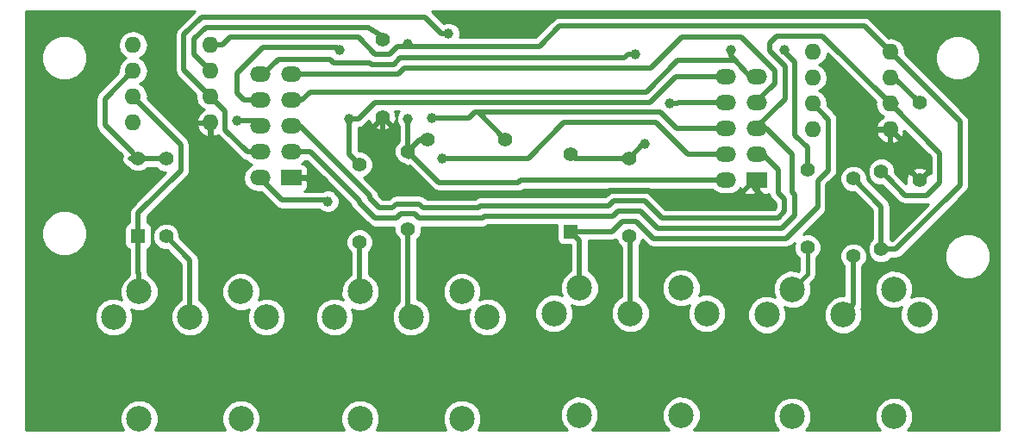
<source format=gbr>
G04 #@! TF.FileFunction,Copper,L2,Bot,Signal*
%FSLAX46Y46*%
G04 Gerber Fmt 4.6, Leading zero omitted, Abs format (unit mm)*
G04 Created by KiCad (PCBNEW 4.0.2-stable) date 15/07/2016 14:21:10*
%MOMM*%
G01*
G04 APERTURE LIST*
%ADD10C,0.100000*%
%ADD11R,1.397000X1.397000*%
%ADD12C,1.397000*%
%ADD13O,1.600000X1.600000*%
%ADD14C,2.499360*%
%ADD15O,2.000000X1.500000*%
%ADD16R,2.000000X1.500000*%
%ADD17C,1.000000*%
%ADD18C,0.500000*%
%ADD19C,0.400000*%
%ADD20C,0.254000*%
G04 APERTURE END LIST*
D10*
D11*
X46250000Y-65250000D03*
D12*
X46250000Y-57630000D03*
D11*
X88750000Y-64810000D03*
D12*
X88750000Y-57190000D03*
D13*
X45750000Y-46500000D03*
X45750000Y-49040000D03*
X45750000Y-51580000D03*
X45750000Y-54120000D03*
X53370000Y-54120000D03*
X53370000Y-51580000D03*
X53370000Y-49040000D03*
X53370000Y-46500000D03*
X112500000Y-47170000D03*
X112500000Y-49710000D03*
X112500000Y-52250000D03*
X112500000Y-54790000D03*
X120120000Y-54790000D03*
X120120000Y-52250000D03*
X120120000Y-49710000D03*
X120120000Y-47170000D03*
D14*
X43854681Y-73227540D03*
X56348941Y-70725640D03*
X51352761Y-73225000D03*
X58850841Y-73227540D03*
X46356581Y-70725640D03*
X56354021Y-83222440D03*
X46351501Y-83222440D03*
X87104681Y-72867540D03*
X99598941Y-70365640D03*
X94602761Y-72865000D03*
X102100841Y-72867540D03*
X89606581Y-70365640D03*
X99604021Y-82862440D03*
X89601501Y-82862440D03*
X65554681Y-73227540D03*
X78048941Y-70725640D03*
X73052761Y-73225000D03*
X80550841Y-73227540D03*
X68056581Y-70725640D03*
X78054021Y-83222440D03*
X68051501Y-83222440D03*
X108001920Y-73002800D03*
X120496180Y-70500900D03*
X115500000Y-73000260D03*
X122998080Y-73002800D03*
X110503820Y-70500900D03*
X120501260Y-82997700D03*
X110498740Y-82997700D03*
D15*
X61290000Y-49380000D03*
X58250000Y-49380000D03*
X58250000Y-51920000D03*
X61290000Y-51920000D03*
D16*
X61290000Y-59540000D03*
D15*
X58250000Y-59540000D03*
X61290000Y-57000000D03*
X58250000Y-57000000D03*
X61290000Y-54460000D03*
X58250000Y-54460000D03*
X107040000Y-49630000D03*
X104000000Y-49630000D03*
X104000000Y-52170000D03*
X107040000Y-52170000D03*
D16*
X107040000Y-59790000D03*
D15*
X104000000Y-59790000D03*
X107040000Y-57250000D03*
X104000000Y-57250000D03*
X107040000Y-54710000D03*
X104000000Y-54710000D03*
D12*
X74690000Y-55750000D03*
X82310000Y-55750000D03*
X70250000Y-45940000D03*
X70250000Y-53560000D03*
X119250000Y-66560000D03*
X119250000Y-58940000D03*
X123000000Y-52190000D03*
X123000000Y-59810000D03*
X49000000Y-65310000D03*
X49000000Y-57690000D03*
X68000000Y-65870000D03*
X68000000Y-58250000D03*
X72750000Y-64560000D03*
X72750000Y-56940000D03*
X94500000Y-65250000D03*
X94500000Y-57630000D03*
X112000000Y-66370000D03*
X112000000Y-58750000D03*
X116500000Y-67250000D03*
X116500000Y-59630000D03*
D17*
X96000000Y-56250020D03*
X66583965Y-64033832D03*
X70412903Y-61162903D03*
X114000000Y-63500000D03*
X108500000Y-62250000D03*
X76740034Y-45367758D03*
X75064209Y-53657698D03*
X64879974Y-61870008D03*
X72750000Y-46367769D03*
X72750000Y-53750054D03*
X95089677Y-47367780D03*
X98500000Y-52250000D03*
X66064124Y-47000042D03*
X67000000Y-53750000D03*
X104500000Y-47000000D03*
X109750000Y-47000000D03*
X76133903Y-57616097D03*
X55970021Y-53932531D03*
D18*
X46250000Y-63000000D02*
X46250000Y-64051500D01*
X50448501Y-58801499D02*
X46250000Y-63000000D01*
X46250000Y-64051500D02*
X46250000Y-65250000D01*
X50448501Y-56278501D02*
X50448501Y-58801499D01*
X45750000Y-51580000D02*
X50448501Y-56278501D01*
D19*
X46250000Y-65250000D02*
X46250000Y-66000000D01*
D18*
X46356581Y-70725640D02*
X46356581Y-68958326D01*
X46356581Y-68958326D02*
X46250000Y-68851745D01*
X46250000Y-68851745D02*
X46250000Y-66000000D01*
X43000000Y-51790000D02*
X43000000Y-54380000D01*
X45750000Y-49040000D02*
X43000000Y-51790000D01*
X43000000Y-54380000D02*
X45551501Y-56931501D01*
X45551501Y-56931501D02*
X46250000Y-57630000D01*
X46250000Y-57630000D02*
X45500000Y-57630000D01*
X45500000Y-57630000D02*
X45560000Y-57690000D01*
X45560000Y-57690000D02*
X49000000Y-57690000D01*
X96893804Y-65500024D02*
X95195281Y-63801499D01*
X112999989Y-62428473D02*
X109928438Y-65500024D01*
X89948500Y-64810000D02*
X88750000Y-64810000D01*
X92796218Y-64810000D02*
X89948500Y-64810000D01*
X112500000Y-52250000D02*
X114051488Y-53801488D01*
X114051488Y-58842295D02*
X112999989Y-59893793D01*
X112999989Y-59893793D02*
X112999989Y-62428473D01*
X95195281Y-63801499D02*
X93804719Y-63801499D01*
X93804719Y-63801499D02*
X92796218Y-64810000D01*
X114051488Y-53801488D02*
X114051488Y-58842295D01*
X109928438Y-65500024D02*
X96893804Y-65500024D01*
X89606581Y-70365640D02*
X89606581Y-65666581D01*
X89606581Y-65666581D02*
X88750000Y-64810000D01*
X94500000Y-57630000D02*
X95879980Y-56250020D01*
X95879980Y-56250020D02*
X96000000Y-56250020D01*
X94500000Y-57630000D02*
X89190000Y-57630000D01*
X89190000Y-57630000D02*
X88750000Y-57190000D01*
X64317760Y-59540000D02*
X61040000Y-59540000D01*
X66250002Y-62600002D02*
X66250002Y-61472242D01*
X70912902Y-60662904D02*
X70412903Y-61162903D01*
X66250002Y-62600002D02*
X66583965Y-62933965D01*
X65600002Y-63250002D02*
X66250002Y-62600002D01*
X105289990Y-61290010D02*
X96926479Y-61290010D01*
X66583965Y-62933965D02*
X66583965Y-63326726D01*
X53370000Y-54120000D02*
X53370000Y-58870000D01*
X92073521Y-61290010D02*
X74452250Y-61290010D01*
X74452250Y-61290010D02*
X73825144Y-60662904D01*
X66583965Y-63326726D02*
X66583965Y-64033832D01*
X66250002Y-61472242D02*
X64317760Y-59540000D01*
X96926479Y-61290010D02*
X96437935Y-60801466D01*
X92562065Y-60801466D02*
X92073521Y-61290010D01*
X96437935Y-60801466D02*
X92562065Y-60801466D01*
X53370000Y-58870000D02*
X57750002Y-63250002D01*
X73825144Y-60662904D02*
X70912902Y-60662904D01*
X57750002Y-63250002D02*
X65600002Y-63250002D01*
X106790000Y-59790000D02*
X105289990Y-61290010D01*
X70250000Y-61000000D02*
X70412903Y-61162903D01*
X70250000Y-53560000D02*
X70250000Y-61000000D01*
X114000000Y-63500000D02*
X114000000Y-60308011D01*
X114000000Y-60308011D02*
X115051499Y-59256512D01*
X115051499Y-59256512D02*
X115051499Y-58727131D01*
X115051499Y-58727131D02*
X118988630Y-54790000D01*
X118988630Y-54790000D02*
X120120000Y-54790000D01*
X106790000Y-59790000D02*
X106790000Y-60540000D01*
X106790000Y-60540000D02*
X108500000Y-62250000D01*
X121830000Y-56500000D02*
X121830000Y-58640000D01*
X121830000Y-58640000D02*
X123000000Y-59810000D01*
X120120000Y-54790000D02*
X121830000Y-56500000D01*
X76740034Y-45367758D02*
X76032928Y-45367758D01*
X50750000Y-45500000D02*
X52500000Y-43750000D01*
X76032928Y-45367758D02*
X74415170Y-43750000D01*
X74415170Y-43750000D02*
X52500000Y-43750000D01*
X79296188Y-53111510D02*
X79671510Y-53111510D01*
X79671510Y-53111510D02*
X82310000Y-55750000D01*
X104250000Y-54710000D02*
X99138440Y-54710000D01*
X99138440Y-54710000D02*
X97539950Y-53111510D01*
X97539950Y-53111510D02*
X79296188Y-53111510D01*
X79296188Y-53111510D02*
X78750000Y-53657698D01*
X50750000Y-48960000D02*
X50750000Y-45500000D01*
X53370000Y-51580000D02*
X50750000Y-48960000D01*
X75947698Y-53657698D02*
X78750000Y-53657698D01*
X75771315Y-53657698D02*
X75064209Y-53657698D01*
X75947698Y-53657698D02*
X75771315Y-53657698D01*
X54169999Y-52379999D02*
X53370000Y-51580000D01*
X54820001Y-54816001D02*
X54820001Y-53030001D01*
X57004000Y-57000000D02*
X54820001Y-54816001D01*
X58500000Y-57000000D02*
X57004000Y-57000000D01*
X54820001Y-53030001D02*
X54169999Y-52379999D01*
X51750010Y-45914216D02*
X52914215Y-44750011D01*
X53370000Y-49040000D02*
X51750010Y-47420010D01*
X52914215Y-44750011D02*
X68877991Y-44750011D01*
X68877991Y-44750011D02*
X70500000Y-45820000D01*
X51750010Y-47420010D02*
X51750010Y-45914216D01*
X58500000Y-59850002D02*
X60399998Y-61750000D01*
X58500000Y-59540000D02*
X58500000Y-59850002D01*
X60399998Y-61750000D02*
X64759966Y-61750000D01*
X64759966Y-61750000D02*
X64879974Y-61870008D01*
X85646848Y-46617778D02*
X71716004Y-46617778D01*
X117569988Y-44619988D02*
X87644639Y-44619988D01*
X87644639Y-44619988D02*
X85646848Y-46617778D01*
X120120000Y-47170000D02*
X117569988Y-44619988D01*
X54501370Y-46500000D02*
X53370000Y-46500000D01*
X55251348Y-45750022D02*
X54501370Y-46500000D01*
X70945281Y-47388501D02*
X69554719Y-47388501D01*
X71716004Y-46617778D02*
X70945281Y-47388501D01*
X67916240Y-45750022D02*
X55251348Y-45750022D01*
X69554719Y-47388501D02*
X67916240Y-45750022D01*
X83585782Y-59999990D02*
X76750000Y-59999990D01*
X72750000Y-56940000D02*
X75809990Y-59999990D01*
X75809990Y-59999990D02*
X76750000Y-59999990D01*
X74690000Y-55750000D02*
X73940000Y-55750000D01*
X73940000Y-55750000D02*
X72750000Y-56940000D01*
X83795772Y-59790000D02*
X83585782Y-59999990D01*
X104250000Y-59790000D02*
X83795772Y-59790000D01*
X72750000Y-57440000D02*
X72750000Y-53750054D01*
X116500000Y-59630000D02*
X119250000Y-62380000D01*
X119250000Y-62380000D02*
X119250000Y-66560000D01*
X72810000Y-57500000D02*
X72750000Y-57440000D01*
X119250000Y-66560000D02*
X119250000Y-63380000D01*
X120120000Y-47170000D02*
X127000000Y-54050000D01*
X127000000Y-54050000D02*
X127000000Y-60250000D01*
X127000000Y-60250000D02*
X120690000Y-66560000D01*
X120690000Y-66560000D02*
X119250000Y-66560000D01*
X80078434Y-63500022D02*
X73833804Y-63500022D01*
X80288424Y-63290032D02*
X80078434Y-63500022D01*
X63191989Y-57000000D02*
X61040000Y-57000000D01*
X93390501Y-62801488D02*
X92901957Y-63290032D01*
X68000013Y-61808024D02*
X63191989Y-57000000D01*
X71666196Y-63500022D02*
X69514255Y-63500022D01*
X69514255Y-63500022D02*
X68000013Y-61985780D01*
X73833804Y-63500022D02*
X73445281Y-63111499D01*
X73445281Y-63111499D02*
X72054719Y-63111499D01*
X110750013Y-61235780D02*
X110750013Y-63264220D01*
X97308022Y-64500013D02*
X95609499Y-62801488D01*
X106790000Y-54710000D02*
X107960000Y-54710000D01*
X110750013Y-63264220D02*
X109514220Y-64500013D01*
X109514220Y-64500013D02*
X97308022Y-64500013D01*
X92901957Y-63290032D02*
X80288424Y-63290032D01*
X110500011Y-57250011D02*
X110500011Y-60985778D01*
X95609499Y-62801488D02*
X93390501Y-62801488D01*
X68000013Y-61985780D02*
X68000013Y-61808024D01*
X107960000Y-54710000D02*
X110500011Y-57250011D01*
X110500011Y-60985778D02*
X110750013Y-61235780D01*
X72054719Y-63111499D02*
X71666196Y-63500022D01*
X120120000Y-52250000D02*
X113489999Y-45619999D01*
X113489999Y-45619999D02*
X108957704Y-45619999D01*
X108297734Y-47102171D02*
X109790021Y-48594458D01*
X108957704Y-45619999D02*
X108297734Y-46279969D01*
X106871334Y-54710000D02*
X106790000Y-54710000D01*
X108297734Y-46279969D02*
X108297734Y-47102171D01*
X109790021Y-48594458D02*
X109790021Y-51791313D01*
X109790021Y-51791313D02*
X106871334Y-54710000D01*
X119948499Y-59638499D02*
X119250000Y-58940000D01*
X125000000Y-60000000D02*
X123741499Y-61258501D01*
X123741499Y-61258501D02*
X121568501Y-61258501D01*
X121568501Y-61258501D02*
X119948499Y-59638499D01*
X125000000Y-57130000D02*
X125000000Y-60000000D01*
X120120000Y-52250000D02*
X125000000Y-57130000D01*
X120120000Y-52250000D02*
X120750000Y-52250000D01*
X120120000Y-49710000D02*
X120520000Y-49710000D01*
X120520000Y-49710000D02*
X123000000Y-52190000D01*
X120460000Y-49710000D02*
X120120000Y-49710000D01*
X49000000Y-65310000D02*
X51352761Y-67662761D01*
X51352761Y-67662761D02*
X51352761Y-73225000D01*
X94602761Y-72865000D02*
X94602761Y-65352761D01*
X94602761Y-65352761D02*
X94500000Y-65250000D01*
X72750000Y-65060000D02*
X72750000Y-72922239D01*
X72750000Y-72922239D02*
X73052761Y-73225000D01*
X68000000Y-65870000D02*
X68000000Y-70669059D01*
X68000000Y-70669059D02*
X68056581Y-70725640D01*
X116500000Y-67250000D02*
X116500000Y-72000260D01*
X116500000Y-72000260D02*
X115500000Y-73000260D01*
D19*
X112000000Y-66370000D02*
X112000000Y-69004720D01*
X112000000Y-69004720D02*
X110503820Y-70500900D01*
D18*
X68726283Y-49388523D02*
X71773718Y-49388522D01*
X68717760Y-49380000D02*
X68726283Y-49388523D01*
X61040000Y-49380000D02*
X68717760Y-49380000D01*
X96617800Y-48750000D02*
X99617801Y-45749999D01*
X71773718Y-49388522D02*
X72412240Y-48750000D01*
X72412240Y-48750000D02*
X96617800Y-48750000D01*
X105531333Y-45749999D02*
X108790010Y-49008676D01*
X99617801Y-45749999D02*
X105531333Y-45749999D01*
X106871334Y-52170000D02*
X106790000Y-52170000D01*
X108790010Y-49008676D02*
X108790010Y-50251324D01*
X108790010Y-50251324D02*
X106871334Y-52170000D01*
X94000362Y-47749989D02*
X94382571Y-47367780D01*
X58500000Y-49380000D02*
X60000010Y-47879990D01*
X60000010Y-47879990D02*
X65094068Y-47879990D01*
X65094068Y-47879990D02*
X65464122Y-48250044D01*
X65464122Y-48250044D02*
X69002033Y-48250044D01*
X69140501Y-48388512D02*
X71359499Y-48388512D01*
X69002033Y-48250044D02*
X69140501Y-48388512D01*
X71359499Y-48388512D02*
X71998021Y-47749989D01*
X71998021Y-47749989D02*
X94000362Y-47749989D01*
X94382571Y-47367780D02*
X95089677Y-47367780D01*
X98500000Y-52250000D02*
X99207106Y-52250000D01*
X99207106Y-52250000D02*
X99287106Y-52170000D01*
X99287106Y-52170000D02*
X104250000Y-52170000D01*
X58508625Y-46750042D02*
X65814124Y-46750042D01*
X65814124Y-46750042D02*
X66064124Y-47000042D01*
X58500000Y-51920000D02*
X56670000Y-51920000D01*
X56000000Y-49258667D02*
X58508625Y-46750042D01*
X56000000Y-51250000D02*
X56000000Y-49258667D01*
X56670000Y-51920000D02*
X56000000Y-51250000D01*
X67707106Y-53750000D02*
X67000000Y-53750000D01*
X67916218Y-53750000D02*
X67707106Y-53750000D01*
X96565931Y-52111499D02*
X69554719Y-52111499D01*
X104250000Y-49630000D02*
X99047429Y-49630000D01*
X99047429Y-49630000D02*
X96565931Y-52111499D01*
X69554719Y-52111499D02*
X67916218Y-53750000D01*
X67000000Y-53750000D02*
X67000000Y-57250000D01*
X67000000Y-57250000D02*
X68000000Y-58250000D01*
X104919699Y-48013201D02*
X99250000Y-48013201D01*
X62330000Y-51920000D02*
X63138512Y-51111488D01*
X63138512Y-51111488D02*
X96151713Y-51111488D01*
X96151713Y-51111488D02*
X99250000Y-48013201D01*
X61040000Y-51920000D02*
X62330000Y-51920000D01*
X106371334Y-49630000D02*
X104919699Y-48013201D01*
X104500000Y-47593502D02*
X104919699Y-48013201D01*
X104500000Y-47000000D02*
X104500000Y-47593502D01*
X106790000Y-49630000D02*
X106371334Y-49630000D01*
X112000000Y-56584002D02*
X110790031Y-55374033D01*
X112000000Y-58750000D02*
X112000000Y-56584002D01*
X110790031Y-55374033D02*
X110790031Y-48180241D01*
X110790031Y-48180241D02*
X109750000Y-47140211D01*
X79664216Y-62500011D02*
X74248022Y-62500011D01*
X109750002Y-61649998D02*
X109750002Y-62850002D01*
X109100002Y-60999998D02*
X109750002Y-61649998D01*
X92976283Y-61801477D02*
X92487739Y-62290021D01*
X62138462Y-54460000D02*
X61040000Y-54460000D01*
X69000024Y-61321562D02*
X62138462Y-54460000D01*
X71640501Y-62111488D02*
X71251978Y-62500011D01*
X73859499Y-62111488D02*
X71640501Y-62111488D01*
X109750002Y-62850002D02*
X109100002Y-63500002D01*
X79874206Y-62290021D02*
X79664216Y-62500011D01*
X109100002Y-63500002D02*
X97722242Y-63500002D01*
X96023717Y-61801477D02*
X92976283Y-61801477D01*
X97722242Y-63500002D02*
X96023717Y-61801477D01*
X109100002Y-58750000D02*
X109100002Y-60999998D01*
X106790000Y-57250000D02*
X107600002Y-57250000D01*
X107600002Y-57250000D02*
X109100002Y-58750000D01*
X92487739Y-62290021D02*
X79874206Y-62290021D01*
X74248022Y-62500011D02*
X73859499Y-62111488D01*
X71251978Y-62500011D02*
X69928473Y-62500011D01*
X69928473Y-62500011D02*
X69000024Y-61571562D01*
X69000024Y-61571562D02*
X69000024Y-61321562D01*
X76841009Y-57616097D02*
X76133903Y-57616097D01*
X84555445Y-57616097D02*
X76841009Y-57616097D01*
X100264211Y-57250000D02*
X97125732Y-54111521D01*
X88060021Y-54111521D02*
X84555445Y-57616097D01*
X100750000Y-57250000D02*
X100264211Y-57250000D01*
X97125732Y-54111521D02*
X88060021Y-54111521D01*
X104250000Y-57250000D02*
X100750000Y-57250000D01*
X100750000Y-57250000D02*
X100500000Y-57250000D01*
X55970021Y-53932531D02*
X57972531Y-53932531D01*
X57972531Y-53932531D02*
X58500000Y-54460000D01*
D20*
G36*
X50124210Y-44874210D02*
X49932367Y-45161325D01*
X49921190Y-45217516D01*
X49864999Y-45500000D01*
X49865000Y-45500005D01*
X49865000Y-48959995D01*
X49864999Y-48960000D01*
X49916767Y-49220248D01*
X49932367Y-49298675D01*
X50112078Y-49567633D01*
X50124210Y-49585790D01*
X51941983Y-51403562D01*
X51906887Y-51580000D01*
X52016120Y-52129151D01*
X52327189Y-52594698D01*
X52731703Y-52864986D01*
X52514866Y-52967611D01*
X52138959Y-53382577D01*
X51978096Y-53770961D01*
X52100085Y-53993000D01*
X53243000Y-53993000D01*
X53243000Y-53973000D01*
X53497000Y-53973000D01*
X53497000Y-53993000D01*
X53517000Y-53993000D01*
X53517000Y-54247000D01*
X53497000Y-54247000D01*
X53497000Y-55390629D01*
X53719041Y-55511914D01*
X54115645Y-55324208D01*
X54192575Y-55439343D01*
X54194211Y-55441791D01*
X56378208Y-57625787D01*
X56378210Y-57625790D01*
X56665325Y-57817633D01*
X56721516Y-57828810D01*
X56913568Y-57867013D01*
X56988625Y-57979343D01*
X57423624Y-58270000D01*
X56988625Y-58560657D01*
X56688395Y-59009983D01*
X56582968Y-59540000D01*
X56688395Y-60070017D01*
X56988625Y-60519343D01*
X57437951Y-60819573D01*
X57967968Y-60925000D01*
X58323418Y-60925000D01*
X59774206Y-62375787D01*
X59774208Y-62375790D01*
X60061323Y-62567633D01*
X60117514Y-62578810D01*
X60399998Y-62635001D01*
X60400003Y-62635000D01*
X64039899Y-62635000D01*
X64236209Y-62831653D01*
X64653218Y-63004811D01*
X65104749Y-63005205D01*
X65522060Y-62832775D01*
X65841619Y-62513773D01*
X66014777Y-62096764D01*
X66015171Y-61645233D01*
X65842741Y-61227922D01*
X65523739Y-60908363D01*
X65106730Y-60735205D01*
X64655199Y-60734811D01*
X64340119Y-60865000D01*
X62561163Y-60865000D01*
X62649699Y-60828327D01*
X62828327Y-60649698D01*
X62925000Y-60416309D01*
X62925000Y-59825750D01*
X62766250Y-59667000D01*
X61417000Y-59667000D01*
X61417000Y-59687000D01*
X61163000Y-59687000D01*
X61163000Y-59667000D01*
X61143000Y-59667000D01*
X61143000Y-59413000D01*
X61163000Y-59413000D01*
X61163000Y-59393000D01*
X61417000Y-59393000D01*
X61417000Y-59413000D01*
X62766250Y-59413000D01*
X62925000Y-59254250D01*
X62925000Y-58663691D01*
X62828327Y-58430302D01*
X62649699Y-58251673D01*
X62416310Y-58155000D01*
X62288486Y-58155000D01*
X62551375Y-57979343D01*
X62614413Y-57885000D01*
X62825409Y-57885000D01*
X67161899Y-62221489D01*
X67182380Y-62324455D01*
X67374223Y-62611570D01*
X68888463Y-64125809D01*
X68888465Y-64125812D01*
X69062903Y-64242367D01*
X69175581Y-64317656D01*
X69514255Y-64385023D01*
X69514260Y-64385022D01*
X71416652Y-64385022D01*
X71416269Y-64824086D01*
X71618854Y-65314380D01*
X71865000Y-65560956D01*
X71865000Y-71747672D01*
X71455939Y-72156021D01*
X71168409Y-72848469D01*
X71167755Y-73598241D01*
X71454075Y-74291191D01*
X71983782Y-74821822D01*
X72676230Y-75109352D01*
X73426002Y-75110006D01*
X74118952Y-74823686D01*
X74649583Y-74293979D01*
X74937113Y-73601531D01*
X74937767Y-72851759D01*
X74651447Y-72158809D01*
X74121740Y-71628178D01*
X73635000Y-71426066D01*
X73635000Y-71098881D01*
X76163935Y-71098881D01*
X76450255Y-71791831D01*
X76979962Y-72322462D01*
X77672410Y-72609992D01*
X78422182Y-72610646D01*
X78837565Y-72439014D01*
X78666489Y-72851009D01*
X78665835Y-73600781D01*
X78952155Y-74293731D01*
X79481862Y-74824362D01*
X80174310Y-75111892D01*
X80924082Y-75112546D01*
X81617032Y-74826226D01*
X82147663Y-74296519D01*
X82435193Y-73604071D01*
X82435847Y-72854299D01*
X82149527Y-72161349D01*
X81619820Y-71630718D01*
X80927372Y-71343188D01*
X80177600Y-71342534D01*
X79762217Y-71514166D01*
X79933293Y-71102171D01*
X79933947Y-70352399D01*
X79647627Y-69659449D01*
X79117920Y-69128818D01*
X78425472Y-68841288D01*
X77675700Y-68840634D01*
X76982750Y-69126954D01*
X76452119Y-69656661D01*
X76164589Y-70349109D01*
X76163935Y-71098881D01*
X73635000Y-71098881D01*
X73635000Y-65560754D01*
X73879827Y-65316353D01*
X74083268Y-64826413D01*
X74083653Y-64385022D01*
X80078429Y-64385022D01*
X80078434Y-64385023D01*
X80360918Y-64328832D01*
X80417109Y-64317655D01*
X80630561Y-64175032D01*
X87404060Y-64175032D01*
X87404060Y-65508500D01*
X87448338Y-65743817D01*
X87587410Y-65959941D01*
X87799610Y-66104931D01*
X88051500Y-66155940D01*
X88721581Y-66155940D01*
X88721581Y-68692088D01*
X88540390Y-68766954D01*
X88009759Y-69296661D01*
X87722229Y-69989109D01*
X87721575Y-70738881D01*
X87893207Y-71154264D01*
X87481212Y-70983188D01*
X86731440Y-70982534D01*
X86038490Y-71268854D01*
X85507859Y-71798561D01*
X85220329Y-72491009D01*
X85219675Y-73240781D01*
X85505995Y-73933731D01*
X86035702Y-74464362D01*
X86728150Y-74751892D01*
X87477922Y-74752546D01*
X88170872Y-74466226D01*
X88701503Y-73936519D01*
X88989033Y-73244071D01*
X88989687Y-72494299D01*
X88818055Y-72078916D01*
X89230050Y-72249992D01*
X89979822Y-72250646D01*
X90672772Y-71964326D01*
X91203403Y-71434619D01*
X91490933Y-70742171D01*
X91491587Y-69992399D01*
X91205267Y-69299449D01*
X90675560Y-68768818D01*
X90491581Y-68692423D01*
X90491581Y-65695000D01*
X92796213Y-65695000D01*
X92796218Y-65695001D01*
X93078702Y-65638810D01*
X93134893Y-65627633D01*
X93196247Y-65586638D01*
X93368854Y-66004380D01*
X93717761Y-66353896D01*
X93717761Y-71191448D01*
X93536570Y-71266314D01*
X93005939Y-71796021D01*
X92718409Y-72488469D01*
X92717755Y-73238241D01*
X93004075Y-73931191D01*
X93533782Y-74461822D01*
X94226230Y-74749352D01*
X94976002Y-74750006D01*
X95668952Y-74463686D01*
X96199583Y-73933979D01*
X96487113Y-73241531D01*
X96487767Y-72491759D01*
X96201447Y-71798809D01*
X95671740Y-71268178D01*
X95487761Y-71191783D01*
X95487761Y-70738881D01*
X97713935Y-70738881D01*
X98000255Y-71431831D01*
X98529962Y-71962462D01*
X99222410Y-72249992D01*
X99972182Y-72250646D01*
X100387565Y-72079014D01*
X100216489Y-72491009D01*
X100215835Y-73240781D01*
X100502155Y-73933731D01*
X101031862Y-74464362D01*
X101724310Y-74751892D01*
X102474082Y-74752546D01*
X103167032Y-74466226D01*
X103697663Y-73936519D01*
X103985193Y-73244071D01*
X103985847Y-72494299D01*
X103699527Y-71801349D01*
X103169820Y-71270718D01*
X102477372Y-70983188D01*
X101727600Y-70982534D01*
X101312217Y-71154166D01*
X101483293Y-70742171D01*
X101483947Y-69992399D01*
X101197627Y-69299449D01*
X100667920Y-68768818D01*
X99975472Y-68481288D01*
X99225700Y-68480634D01*
X98532750Y-68766954D01*
X98002119Y-69296661D01*
X97714589Y-69989109D01*
X97713935Y-70738881D01*
X95487761Y-70738881D01*
X95487761Y-66148172D01*
X95629827Y-66006353D01*
X95782024Y-65639822D01*
X96268012Y-66125811D01*
X96268014Y-66125814D01*
X96522588Y-66295914D01*
X96555129Y-66317657D01*
X96893804Y-66385025D01*
X96893809Y-66385024D01*
X109928433Y-66385024D01*
X109928438Y-66385025D01*
X110210922Y-66328834D01*
X110267113Y-66317657D01*
X110554228Y-66125814D01*
X110730837Y-65949205D01*
X110666732Y-66103587D01*
X110666269Y-66634086D01*
X110868854Y-67124380D01*
X111165000Y-67421043D01*
X111165000Y-68658852D01*
X111111375Y-68712477D01*
X110880351Y-68616548D01*
X110130579Y-68615894D01*
X109437629Y-68902214D01*
X108906998Y-69431921D01*
X108619468Y-70124369D01*
X108618814Y-70874141D01*
X108790446Y-71289524D01*
X108378451Y-71118448D01*
X107628679Y-71117794D01*
X106935729Y-71404114D01*
X106405098Y-71933821D01*
X106117568Y-72626269D01*
X106116914Y-73376041D01*
X106403234Y-74068991D01*
X106932941Y-74599622D01*
X107625389Y-74887152D01*
X108375161Y-74887806D01*
X109068111Y-74601486D01*
X109598742Y-74071779D01*
X109886272Y-73379331D01*
X109886277Y-73373501D01*
X113614994Y-73373501D01*
X113901314Y-74066451D01*
X114431021Y-74597082D01*
X115123469Y-74884612D01*
X115873241Y-74885266D01*
X116566191Y-74598946D01*
X117096822Y-74069239D01*
X117384352Y-73376791D01*
X117385006Y-72627019D01*
X117285712Y-72386708D01*
X117286685Y-72385252D01*
X117317634Y-72338934D01*
X117385001Y-72000260D01*
X117385000Y-72000255D01*
X117385000Y-70874141D01*
X118611174Y-70874141D01*
X118897494Y-71567091D01*
X119427201Y-72097722D01*
X120119649Y-72385252D01*
X120869421Y-72385906D01*
X121284804Y-72214274D01*
X121113728Y-72626269D01*
X121113074Y-73376041D01*
X121399394Y-74068991D01*
X121929101Y-74599622D01*
X122621549Y-74887152D01*
X123371321Y-74887806D01*
X124064271Y-74601486D01*
X124594902Y-74071779D01*
X124882432Y-73379331D01*
X124883086Y-72629559D01*
X124596766Y-71936609D01*
X124067059Y-71405978D01*
X123374611Y-71118448D01*
X122624839Y-71117794D01*
X122209456Y-71289426D01*
X122380532Y-70877431D01*
X122381186Y-70127659D01*
X122094866Y-69434709D01*
X121565159Y-68904078D01*
X120872711Y-68616548D01*
X120122939Y-68615894D01*
X119429989Y-68902214D01*
X118899358Y-69431921D01*
X118611828Y-70124369D01*
X118611174Y-70874141D01*
X117385000Y-70874141D01*
X117385000Y-68250754D01*
X117629827Y-68006353D01*
X117833268Y-67516413D01*
X117833731Y-66985914D01*
X117631146Y-66495620D01*
X117256353Y-66120173D01*
X116766413Y-65916732D01*
X116235914Y-65916269D01*
X115745620Y-66118854D01*
X115370173Y-66493647D01*
X115166732Y-66983587D01*
X115166269Y-67514086D01*
X115368854Y-68004380D01*
X115615000Y-68250956D01*
X115615000Y-71115680D01*
X115126759Y-71115254D01*
X114433809Y-71401574D01*
X113903178Y-71931281D01*
X113615648Y-72623729D01*
X113614994Y-73373501D01*
X109886277Y-73373501D01*
X109886926Y-72629559D01*
X109715294Y-72214176D01*
X110127289Y-72385252D01*
X110877061Y-72385906D01*
X111570011Y-72099586D01*
X112100642Y-71569879D01*
X112388172Y-70877431D01*
X112388826Y-70127659D01*
X112292078Y-69893510D01*
X112590434Y-69595154D01*
X112663778Y-69485387D01*
X112771439Y-69324261D01*
X112835000Y-69004720D01*
X112835000Y-67420666D01*
X113129827Y-67126353D01*
X113333268Y-66636413D01*
X113333731Y-66105914D01*
X113131146Y-65615620D01*
X112756353Y-65240173D01*
X112266413Y-65036732D01*
X111735914Y-65036269D01*
X111578893Y-65101149D01*
X113625776Y-63054265D01*
X113625779Y-63054263D01*
X113817622Y-62767148D01*
X113834486Y-62682369D01*
X113884990Y-62428473D01*
X113884989Y-62428468D01*
X113884989Y-60260372D01*
X114677275Y-59468087D01*
X114677278Y-59468085D01*
X114869121Y-59180970D01*
X114901854Y-59016413D01*
X114936488Y-58842296D01*
X114936488Y-55139039D01*
X118728096Y-55139039D01*
X118888959Y-55527423D01*
X119264866Y-55942389D01*
X119770959Y-56181914D01*
X119993000Y-56060629D01*
X119993000Y-54917000D01*
X118850085Y-54917000D01*
X118728096Y-55139039D01*
X114936488Y-55139039D01*
X114936488Y-53801488D01*
X114869121Y-53462813D01*
X114677278Y-53175698D01*
X114677275Y-53175696D01*
X113928017Y-52426438D01*
X113963113Y-52250000D01*
X113853880Y-51700849D01*
X113542811Y-51235302D01*
X113160725Y-50980000D01*
X113542811Y-50724698D01*
X113853880Y-50259151D01*
X113963113Y-49710000D01*
X113853880Y-49160849D01*
X113542811Y-48695302D01*
X113160725Y-48440000D01*
X113542811Y-48184698D01*
X113853880Y-47719151D01*
X113934130Y-47315709D01*
X118691983Y-52073562D01*
X118656887Y-52250000D01*
X118766120Y-52799151D01*
X119077189Y-53264698D01*
X119481703Y-53534986D01*
X119264866Y-53637611D01*
X118888959Y-54052577D01*
X118728096Y-54440961D01*
X118850085Y-54663000D01*
X119993000Y-54663000D01*
X119993000Y-54643000D01*
X120247000Y-54643000D01*
X120247000Y-54663000D01*
X120267000Y-54663000D01*
X120267000Y-54917000D01*
X120247000Y-54917000D01*
X120247000Y-56060629D01*
X120469041Y-56181914D01*
X120975134Y-55942389D01*
X121351041Y-55527423D01*
X121511904Y-55139039D01*
X121389916Y-54917002D01*
X121535422Y-54917002D01*
X124115000Y-57496579D01*
X124115000Y-59102731D01*
X123934188Y-59055417D01*
X123179605Y-59810000D01*
X123193748Y-59824143D01*
X123014143Y-60003748D01*
X123000000Y-59989605D01*
X122985858Y-60003748D01*
X122806253Y-59824143D01*
X122820395Y-59810000D01*
X122065812Y-59055417D01*
X121830200Y-59117071D01*
X121654073Y-59617480D01*
X121681363Y-60119783D01*
X120583429Y-59021849D01*
X120583556Y-58875812D01*
X122245417Y-58875812D01*
X123000000Y-59630395D01*
X123754583Y-58875812D01*
X123692929Y-58640200D01*
X123192520Y-58464073D01*
X122662801Y-58492852D01*
X122307071Y-58640200D01*
X122245417Y-58875812D01*
X120583556Y-58875812D01*
X120583731Y-58675914D01*
X120381146Y-58185620D01*
X120006353Y-57810173D01*
X119516413Y-57606732D01*
X118985914Y-57606269D01*
X118495620Y-57808854D01*
X118120173Y-58183647D01*
X117916732Y-58673587D01*
X117916269Y-59204086D01*
X118118854Y-59694380D01*
X118493647Y-60069827D01*
X118983587Y-60273268D01*
X119331992Y-60273572D01*
X120942709Y-61884288D01*
X120942711Y-61884291D01*
X121229826Y-62076134D01*
X121286017Y-62087311D01*
X121568501Y-62143502D01*
X121568506Y-62143501D01*
X123741494Y-62143501D01*
X123741499Y-62143502D01*
X123883082Y-62115339D01*
X120323420Y-65675000D01*
X120250754Y-65675000D01*
X120135000Y-65559044D01*
X120135000Y-62380000D01*
X120067633Y-62041325D01*
X119875790Y-61754210D01*
X119875787Y-61754208D01*
X117833429Y-59711849D01*
X117833731Y-59365914D01*
X117631146Y-58875620D01*
X117256353Y-58500173D01*
X116766413Y-58296732D01*
X116235914Y-58296269D01*
X115745620Y-58498854D01*
X115370173Y-58873647D01*
X115166732Y-59363587D01*
X115166269Y-59894086D01*
X115368854Y-60384380D01*
X115743647Y-60759827D01*
X116233587Y-60963268D01*
X116581992Y-60963572D01*
X118365000Y-62746579D01*
X118365000Y-65559246D01*
X118120173Y-65803647D01*
X117916732Y-66293587D01*
X117916269Y-66824086D01*
X118118854Y-67314380D01*
X118493647Y-67689827D01*
X118983587Y-67893268D01*
X119514086Y-67893731D01*
X120000815Y-67692619D01*
X125514613Y-67692619D01*
X125854155Y-68514372D01*
X126482321Y-69143636D01*
X127303481Y-69484611D01*
X128192619Y-69485387D01*
X129014372Y-69145845D01*
X129643636Y-68517679D01*
X129984611Y-67696519D01*
X129985387Y-66807381D01*
X129645845Y-65985628D01*
X129017679Y-65356364D01*
X128196519Y-65015389D01*
X127307381Y-65014613D01*
X126485628Y-65354155D01*
X125856364Y-65982321D01*
X125515389Y-66803481D01*
X125514613Y-67692619D01*
X120000815Y-67692619D01*
X120004380Y-67691146D01*
X120250956Y-67445000D01*
X120689995Y-67445000D01*
X120690000Y-67445001D01*
X120972484Y-67388810D01*
X121028675Y-67377633D01*
X121315790Y-67185790D01*
X127625787Y-60875792D01*
X127625790Y-60875790D01*
X127792834Y-60625790D01*
X127817634Y-60588674D01*
X127885001Y-60250000D01*
X127885000Y-60249995D01*
X127885000Y-54050000D01*
X127817633Y-53711325D01*
X127625790Y-53424210D01*
X127625787Y-53424208D01*
X122394199Y-48192619D01*
X124514613Y-48192619D01*
X124854155Y-49014372D01*
X125482321Y-49643636D01*
X126303481Y-49984611D01*
X127192619Y-49985387D01*
X128014372Y-49645845D01*
X128643636Y-49017679D01*
X128984611Y-48196519D01*
X128985387Y-47307381D01*
X128645845Y-46485628D01*
X128017679Y-45856364D01*
X127196519Y-45515389D01*
X126307381Y-45514613D01*
X125485628Y-45854155D01*
X124856364Y-46482321D01*
X124515389Y-47303481D01*
X124514613Y-48192619D01*
X122394199Y-48192619D01*
X121548017Y-47346437D01*
X121583113Y-47170000D01*
X121473880Y-46620849D01*
X121162811Y-46155302D01*
X120697264Y-45844233D01*
X120148113Y-45735000D01*
X120091887Y-45735000D01*
X119962347Y-45760767D01*
X118195778Y-43994198D01*
X118103257Y-43932378D01*
X117908663Y-43802355D01*
X117852472Y-43791178D01*
X117569988Y-43734987D01*
X117569983Y-43734988D01*
X87644639Y-43734988D01*
X87305964Y-43802355D01*
X87018849Y-43994198D01*
X87018847Y-43994201D01*
X85280269Y-45732778D01*
X77817425Y-45732778D01*
X77874837Y-45594514D01*
X77875231Y-45142983D01*
X77702801Y-44725672D01*
X77383799Y-44406113D01*
X76966790Y-44232955D01*
X76515259Y-44232561D01*
X76256307Y-44339558D01*
X75126750Y-43210000D01*
X130790000Y-43210000D01*
X130790000Y-84290000D01*
X121874371Y-84290000D01*
X122098082Y-84066679D01*
X122385612Y-83374231D01*
X122386266Y-82624459D01*
X122099946Y-81931509D01*
X121570239Y-81400878D01*
X120877791Y-81113348D01*
X120128019Y-81112694D01*
X119435069Y-81399014D01*
X118904438Y-81928721D01*
X118616908Y-82621169D01*
X118616254Y-83370941D01*
X118902574Y-84063891D01*
X119128289Y-84290000D01*
X111871851Y-84290000D01*
X112095562Y-84066679D01*
X112383092Y-83374231D01*
X112383746Y-82624459D01*
X112097426Y-81931509D01*
X111567719Y-81400878D01*
X110875271Y-81113348D01*
X110125499Y-81112694D01*
X109432549Y-81399014D01*
X108901918Y-81928721D01*
X108614388Y-82621169D01*
X108613734Y-83370941D01*
X108900054Y-84063891D01*
X109125769Y-84290000D01*
X100841637Y-84290000D01*
X101200843Y-83931419D01*
X101488373Y-83238971D01*
X101489027Y-82489199D01*
X101202707Y-81796249D01*
X100673000Y-81265618D01*
X99980552Y-80978088D01*
X99230780Y-80977434D01*
X98537830Y-81263754D01*
X98007199Y-81793461D01*
X97719669Y-82485909D01*
X97719015Y-83235681D01*
X98005335Y-83928631D01*
X98366075Y-84290000D01*
X90839117Y-84290000D01*
X91198323Y-83931419D01*
X91485853Y-83238971D01*
X91486507Y-82489199D01*
X91200187Y-81796249D01*
X90670480Y-81265618D01*
X89978032Y-80978088D01*
X89228260Y-80977434D01*
X88535310Y-81263754D01*
X88004679Y-81793461D01*
X87717149Y-82485909D01*
X87716495Y-83235681D01*
X88002815Y-83928631D01*
X88363555Y-84290000D01*
X79651432Y-84290000D01*
X79938373Y-83598971D01*
X79939027Y-82849199D01*
X79652707Y-82156249D01*
X79123000Y-81625618D01*
X78430552Y-81338088D01*
X77680780Y-81337434D01*
X76987830Y-81623754D01*
X76457199Y-82153461D01*
X76169669Y-82845909D01*
X76169015Y-83595681D01*
X76455335Y-84288631D01*
X76456702Y-84290000D01*
X69648912Y-84290000D01*
X69935853Y-83598971D01*
X69936507Y-82849199D01*
X69650187Y-82156249D01*
X69120480Y-81625618D01*
X68428032Y-81338088D01*
X67678260Y-81337434D01*
X66985310Y-81623754D01*
X66454679Y-82153461D01*
X66167149Y-82845909D01*
X66166495Y-83595681D01*
X66452815Y-84288631D01*
X66454182Y-84290000D01*
X57951432Y-84290000D01*
X58238373Y-83598971D01*
X58239027Y-82849199D01*
X57952707Y-82156249D01*
X57423000Y-81625618D01*
X56730552Y-81338088D01*
X55980780Y-81337434D01*
X55287830Y-81623754D01*
X54757199Y-82153461D01*
X54469669Y-82845909D01*
X54469015Y-83595681D01*
X54755335Y-84288631D01*
X54756702Y-84290000D01*
X47948912Y-84290000D01*
X48235853Y-83598971D01*
X48236507Y-82849199D01*
X47950187Y-82156249D01*
X47420480Y-81625618D01*
X46728032Y-81338088D01*
X45978260Y-81337434D01*
X45285310Y-81623754D01*
X44754679Y-82153461D01*
X44467149Y-82845909D01*
X44466495Y-83595681D01*
X44752815Y-84288631D01*
X44754182Y-84290000D01*
X35210000Y-84290000D01*
X35210000Y-73600781D01*
X41969675Y-73600781D01*
X42255995Y-74293731D01*
X42785702Y-74824362D01*
X43478150Y-75111892D01*
X44227922Y-75112546D01*
X44920872Y-74826226D01*
X45451503Y-74296519D01*
X45739033Y-73604071D01*
X45739687Y-72854299D01*
X45568055Y-72438916D01*
X45980050Y-72609992D01*
X46729822Y-72610646D01*
X47422772Y-72324326D01*
X47953403Y-71794619D01*
X48240933Y-71102171D01*
X48241587Y-70352399D01*
X47955267Y-69659449D01*
X47425560Y-69128818D01*
X47241581Y-69052423D01*
X47241581Y-68958326D01*
X47174214Y-68619651D01*
X47135000Y-68560963D01*
X47135000Y-66560848D01*
X47183817Y-66551662D01*
X47399941Y-66412590D01*
X47544931Y-66200390D01*
X47595940Y-65948500D01*
X47595940Y-65574086D01*
X47666269Y-65574086D01*
X47868854Y-66064380D01*
X48243647Y-66439827D01*
X48733587Y-66643268D01*
X49081992Y-66643572D01*
X50467761Y-68029340D01*
X50467761Y-71551448D01*
X50286570Y-71626314D01*
X49755939Y-72156021D01*
X49468409Y-72848469D01*
X49467755Y-73598241D01*
X49754075Y-74291191D01*
X50283782Y-74821822D01*
X50976230Y-75109352D01*
X51726002Y-75110006D01*
X52418952Y-74823686D01*
X52949583Y-74293979D01*
X53237113Y-73601531D01*
X53237767Y-72851759D01*
X52951447Y-72158809D01*
X52421740Y-71628178D01*
X52237761Y-71551783D01*
X52237761Y-71098881D01*
X54463935Y-71098881D01*
X54750255Y-71791831D01*
X55279962Y-72322462D01*
X55972410Y-72609992D01*
X56722182Y-72610646D01*
X57137565Y-72439014D01*
X56966489Y-72851009D01*
X56965835Y-73600781D01*
X57252155Y-74293731D01*
X57781862Y-74824362D01*
X58474310Y-75111892D01*
X59224082Y-75112546D01*
X59917032Y-74826226D01*
X60447663Y-74296519D01*
X60735193Y-73604071D01*
X60735195Y-73600781D01*
X63669675Y-73600781D01*
X63955995Y-74293731D01*
X64485702Y-74824362D01*
X65178150Y-75111892D01*
X65927922Y-75112546D01*
X66620872Y-74826226D01*
X67151503Y-74296519D01*
X67439033Y-73604071D01*
X67439687Y-72854299D01*
X67268055Y-72438916D01*
X67680050Y-72609992D01*
X68429822Y-72610646D01*
X69122772Y-72324326D01*
X69653403Y-71794619D01*
X69940933Y-71102171D01*
X69941587Y-70352399D01*
X69655267Y-69659449D01*
X69125560Y-69128818D01*
X68885000Y-69028929D01*
X68885000Y-66870754D01*
X69129827Y-66626353D01*
X69333268Y-66136413D01*
X69333731Y-65605914D01*
X69131146Y-65115620D01*
X68756353Y-64740173D01*
X68266413Y-64536732D01*
X67735914Y-64536269D01*
X67245620Y-64738854D01*
X66870173Y-65113647D01*
X66666732Y-65603587D01*
X66666269Y-66134086D01*
X66868854Y-66624380D01*
X67115000Y-66870956D01*
X67115000Y-69075466D01*
X66990390Y-69126954D01*
X66459759Y-69656661D01*
X66172229Y-70349109D01*
X66171575Y-71098881D01*
X66343207Y-71514264D01*
X65931212Y-71343188D01*
X65181440Y-71342534D01*
X64488490Y-71628854D01*
X63957859Y-72158561D01*
X63670329Y-72851009D01*
X63669675Y-73600781D01*
X60735195Y-73600781D01*
X60735847Y-72854299D01*
X60449527Y-72161349D01*
X59919820Y-71630718D01*
X59227372Y-71343188D01*
X58477600Y-71342534D01*
X58062217Y-71514166D01*
X58233293Y-71102171D01*
X58233947Y-70352399D01*
X57947627Y-69659449D01*
X57417920Y-69128818D01*
X56725472Y-68841288D01*
X55975700Y-68840634D01*
X55282750Y-69126954D01*
X54752119Y-69656661D01*
X54464589Y-70349109D01*
X54463935Y-71098881D01*
X52237761Y-71098881D01*
X52237761Y-67662766D01*
X52237762Y-67662761D01*
X52170395Y-67324087D01*
X52077988Y-67185790D01*
X51978551Y-67036971D01*
X51978548Y-67036969D01*
X50333429Y-65391849D01*
X50333731Y-65045914D01*
X50131146Y-64555620D01*
X49756353Y-64180173D01*
X49266413Y-63976732D01*
X48735914Y-63976269D01*
X48245620Y-64178854D01*
X47870173Y-64553647D01*
X47666732Y-65043587D01*
X47666269Y-65574086D01*
X47595940Y-65574086D01*
X47595940Y-64551500D01*
X47551662Y-64316183D01*
X47412590Y-64100059D01*
X47200390Y-63955069D01*
X47135000Y-63941827D01*
X47135000Y-63366580D01*
X51074288Y-59427291D01*
X51074291Y-59427289D01*
X51266134Y-59140174D01*
X51291215Y-59014086D01*
X51333502Y-58801499D01*
X51333501Y-58801494D01*
X51333501Y-56278506D01*
X51333502Y-56278501D01*
X51266134Y-55939827D01*
X51266134Y-55939826D01*
X51074291Y-55652711D01*
X51074288Y-55652709D01*
X49890618Y-54469039D01*
X51978096Y-54469039D01*
X52138959Y-54857423D01*
X52514866Y-55272389D01*
X53020959Y-55511914D01*
X53243000Y-55390629D01*
X53243000Y-54247000D01*
X52100085Y-54247000D01*
X51978096Y-54469039D01*
X49890618Y-54469039D01*
X47178017Y-51756438D01*
X47213113Y-51580000D01*
X47103880Y-51030849D01*
X46792811Y-50565302D01*
X46410725Y-50310000D01*
X46792811Y-50054698D01*
X47103880Y-49589151D01*
X47213113Y-49040000D01*
X47103880Y-48490849D01*
X46792811Y-48025302D01*
X46410725Y-47770000D01*
X46792811Y-47514698D01*
X47103880Y-47049151D01*
X47213113Y-46500000D01*
X47103880Y-45950849D01*
X46792811Y-45485302D01*
X46327264Y-45174233D01*
X45778113Y-45065000D01*
X45721887Y-45065000D01*
X45172736Y-45174233D01*
X44707189Y-45485302D01*
X44396120Y-45950849D01*
X44286887Y-46500000D01*
X44396120Y-47049151D01*
X44707189Y-47514698D01*
X45089275Y-47770000D01*
X44707189Y-48025302D01*
X44396120Y-48490849D01*
X44286887Y-49040000D01*
X44321983Y-49216438D01*
X42374210Y-51164210D01*
X42182367Y-51451325D01*
X42182367Y-51451326D01*
X42114999Y-51790000D01*
X42115000Y-51790005D01*
X42115000Y-54379995D01*
X42114999Y-54380000D01*
X42162832Y-54620465D01*
X42182367Y-54718675D01*
X42300382Y-54895298D01*
X42374210Y-55005790D01*
X44678614Y-57310193D01*
X44614999Y-57630000D01*
X44663891Y-57875790D01*
X44682367Y-57968675D01*
X44856539Y-58229343D01*
X44874210Y-58255790D01*
X44934208Y-58315787D01*
X44934210Y-58315790D01*
X45221325Y-58507633D01*
X45246988Y-58512738D01*
X45493647Y-58759827D01*
X45983587Y-58963268D01*
X46514086Y-58963731D01*
X47004380Y-58761146D01*
X47190851Y-58575000D01*
X47999246Y-58575000D01*
X48243647Y-58819827D01*
X48733587Y-59023268D01*
X48974942Y-59023479D01*
X45624210Y-62374210D01*
X45432367Y-62661325D01*
X45421190Y-62717516D01*
X45364999Y-63000000D01*
X45365000Y-63000005D01*
X45365000Y-63939152D01*
X45316183Y-63948338D01*
X45100059Y-64087410D01*
X44955069Y-64299610D01*
X44904060Y-64551500D01*
X44904060Y-65948500D01*
X44948338Y-66183817D01*
X45087410Y-66399941D01*
X45299610Y-66544931D01*
X45365000Y-66558173D01*
X45365000Y-68851740D01*
X45364999Y-68851745D01*
X45409919Y-69077566D01*
X45290390Y-69126954D01*
X44759759Y-69656661D01*
X44472229Y-70349109D01*
X44471575Y-71098881D01*
X44643207Y-71514264D01*
X44231212Y-71343188D01*
X43481440Y-71342534D01*
X42788490Y-71628854D01*
X42257859Y-72158561D01*
X41970329Y-72851009D01*
X41969675Y-73600781D01*
X35210000Y-73600781D01*
X35210000Y-65442619D01*
X36764613Y-65442619D01*
X37104155Y-66264372D01*
X37732321Y-66893636D01*
X38553481Y-67234611D01*
X39442619Y-67235387D01*
X40264372Y-66895845D01*
X40893636Y-66267679D01*
X41234611Y-65446519D01*
X41235387Y-64557381D01*
X40895845Y-63735628D01*
X40267679Y-63106364D01*
X39446519Y-62765389D01*
X38557381Y-62764613D01*
X37735628Y-63104155D01*
X37106364Y-63732321D01*
X36765389Y-64553481D01*
X36764613Y-65442619D01*
X35210000Y-65442619D01*
X35210000Y-48192619D01*
X36764613Y-48192619D01*
X37104155Y-49014372D01*
X37732321Y-49643636D01*
X38553481Y-49984611D01*
X39442619Y-49985387D01*
X40264372Y-49645845D01*
X40893636Y-49017679D01*
X41234611Y-48196519D01*
X41235387Y-47307381D01*
X40895845Y-46485628D01*
X40267679Y-45856364D01*
X39446519Y-45515389D01*
X38557381Y-45514613D01*
X37735628Y-45854155D01*
X37106364Y-46482321D01*
X36765389Y-47303481D01*
X36764613Y-48192619D01*
X35210000Y-48192619D01*
X35210000Y-43210000D01*
X51788421Y-43210000D01*
X50124210Y-44874210D01*
X50124210Y-44874210D01*
G37*
X50124210Y-44874210D02*
X49932367Y-45161325D01*
X49921190Y-45217516D01*
X49864999Y-45500000D01*
X49865000Y-45500005D01*
X49865000Y-48959995D01*
X49864999Y-48960000D01*
X49916767Y-49220248D01*
X49932367Y-49298675D01*
X50112078Y-49567633D01*
X50124210Y-49585790D01*
X51941983Y-51403562D01*
X51906887Y-51580000D01*
X52016120Y-52129151D01*
X52327189Y-52594698D01*
X52731703Y-52864986D01*
X52514866Y-52967611D01*
X52138959Y-53382577D01*
X51978096Y-53770961D01*
X52100085Y-53993000D01*
X53243000Y-53993000D01*
X53243000Y-53973000D01*
X53497000Y-53973000D01*
X53497000Y-53993000D01*
X53517000Y-53993000D01*
X53517000Y-54247000D01*
X53497000Y-54247000D01*
X53497000Y-55390629D01*
X53719041Y-55511914D01*
X54115645Y-55324208D01*
X54192575Y-55439343D01*
X54194211Y-55441791D01*
X56378208Y-57625787D01*
X56378210Y-57625790D01*
X56665325Y-57817633D01*
X56721516Y-57828810D01*
X56913568Y-57867013D01*
X56988625Y-57979343D01*
X57423624Y-58270000D01*
X56988625Y-58560657D01*
X56688395Y-59009983D01*
X56582968Y-59540000D01*
X56688395Y-60070017D01*
X56988625Y-60519343D01*
X57437951Y-60819573D01*
X57967968Y-60925000D01*
X58323418Y-60925000D01*
X59774206Y-62375787D01*
X59774208Y-62375790D01*
X60061323Y-62567633D01*
X60117514Y-62578810D01*
X60399998Y-62635001D01*
X60400003Y-62635000D01*
X64039899Y-62635000D01*
X64236209Y-62831653D01*
X64653218Y-63004811D01*
X65104749Y-63005205D01*
X65522060Y-62832775D01*
X65841619Y-62513773D01*
X66014777Y-62096764D01*
X66015171Y-61645233D01*
X65842741Y-61227922D01*
X65523739Y-60908363D01*
X65106730Y-60735205D01*
X64655199Y-60734811D01*
X64340119Y-60865000D01*
X62561163Y-60865000D01*
X62649699Y-60828327D01*
X62828327Y-60649698D01*
X62925000Y-60416309D01*
X62925000Y-59825750D01*
X62766250Y-59667000D01*
X61417000Y-59667000D01*
X61417000Y-59687000D01*
X61163000Y-59687000D01*
X61163000Y-59667000D01*
X61143000Y-59667000D01*
X61143000Y-59413000D01*
X61163000Y-59413000D01*
X61163000Y-59393000D01*
X61417000Y-59393000D01*
X61417000Y-59413000D01*
X62766250Y-59413000D01*
X62925000Y-59254250D01*
X62925000Y-58663691D01*
X62828327Y-58430302D01*
X62649699Y-58251673D01*
X62416310Y-58155000D01*
X62288486Y-58155000D01*
X62551375Y-57979343D01*
X62614413Y-57885000D01*
X62825409Y-57885000D01*
X67161899Y-62221489D01*
X67182380Y-62324455D01*
X67374223Y-62611570D01*
X68888463Y-64125809D01*
X68888465Y-64125812D01*
X69062903Y-64242367D01*
X69175581Y-64317656D01*
X69514255Y-64385023D01*
X69514260Y-64385022D01*
X71416652Y-64385022D01*
X71416269Y-64824086D01*
X71618854Y-65314380D01*
X71865000Y-65560956D01*
X71865000Y-71747672D01*
X71455939Y-72156021D01*
X71168409Y-72848469D01*
X71167755Y-73598241D01*
X71454075Y-74291191D01*
X71983782Y-74821822D01*
X72676230Y-75109352D01*
X73426002Y-75110006D01*
X74118952Y-74823686D01*
X74649583Y-74293979D01*
X74937113Y-73601531D01*
X74937767Y-72851759D01*
X74651447Y-72158809D01*
X74121740Y-71628178D01*
X73635000Y-71426066D01*
X73635000Y-71098881D01*
X76163935Y-71098881D01*
X76450255Y-71791831D01*
X76979962Y-72322462D01*
X77672410Y-72609992D01*
X78422182Y-72610646D01*
X78837565Y-72439014D01*
X78666489Y-72851009D01*
X78665835Y-73600781D01*
X78952155Y-74293731D01*
X79481862Y-74824362D01*
X80174310Y-75111892D01*
X80924082Y-75112546D01*
X81617032Y-74826226D01*
X82147663Y-74296519D01*
X82435193Y-73604071D01*
X82435847Y-72854299D01*
X82149527Y-72161349D01*
X81619820Y-71630718D01*
X80927372Y-71343188D01*
X80177600Y-71342534D01*
X79762217Y-71514166D01*
X79933293Y-71102171D01*
X79933947Y-70352399D01*
X79647627Y-69659449D01*
X79117920Y-69128818D01*
X78425472Y-68841288D01*
X77675700Y-68840634D01*
X76982750Y-69126954D01*
X76452119Y-69656661D01*
X76164589Y-70349109D01*
X76163935Y-71098881D01*
X73635000Y-71098881D01*
X73635000Y-65560754D01*
X73879827Y-65316353D01*
X74083268Y-64826413D01*
X74083653Y-64385022D01*
X80078429Y-64385022D01*
X80078434Y-64385023D01*
X80360918Y-64328832D01*
X80417109Y-64317655D01*
X80630561Y-64175032D01*
X87404060Y-64175032D01*
X87404060Y-65508500D01*
X87448338Y-65743817D01*
X87587410Y-65959941D01*
X87799610Y-66104931D01*
X88051500Y-66155940D01*
X88721581Y-66155940D01*
X88721581Y-68692088D01*
X88540390Y-68766954D01*
X88009759Y-69296661D01*
X87722229Y-69989109D01*
X87721575Y-70738881D01*
X87893207Y-71154264D01*
X87481212Y-70983188D01*
X86731440Y-70982534D01*
X86038490Y-71268854D01*
X85507859Y-71798561D01*
X85220329Y-72491009D01*
X85219675Y-73240781D01*
X85505995Y-73933731D01*
X86035702Y-74464362D01*
X86728150Y-74751892D01*
X87477922Y-74752546D01*
X88170872Y-74466226D01*
X88701503Y-73936519D01*
X88989033Y-73244071D01*
X88989687Y-72494299D01*
X88818055Y-72078916D01*
X89230050Y-72249992D01*
X89979822Y-72250646D01*
X90672772Y-71964326D01*
X91203403Y-71434619D01*
X91490933Y-70742171D01*
X91491587Y-69992399D01*
X91205267Y-69299449D01*
X90675560Y-68768818D01*
X90491581Y-68692423D01*
X90491581Y-65695000D01*
X92796213Y-65695000D01*
X92796218Y-65695001D01*
X93078702Y-65638810D01*
X93134893Y-65627633D01*
X93196247Y-65586638D01*
X93368854Y-66004380D01*
X93717761Y-66353896D01*
X93717761Y-71191448D01*
X93536570Y-71266314D01*
X93005939Y-71796021D01*
X92718409Y-72488469D01*
X92717755Y-73238241D01*
X93004075Y-73931191D01*
X93533782Y-74461822D01*
X94226230Y-74749352D01*
X94976002Y-74750006D01*
X95668952Y-74463686D01*
X96199583Y-73933979D01*
X96487113Y-73241531D01*
X96487767Y-72491759D01*
X96201447Y-71798809D01*
X95671740Y-71268178D01*
X95487761Y-71191783D01*
X95487761Y-70738881D01*
X97713935Y-70738881D01*
X98000255Y-71431831D01*
X98529962Y-71962462D01*
X99222410Y-72249992D01*
X99972182Y-72250646D01*
X100387565Y-72079014D01*
X100216489Y-72491009D01*
X100215835Y-73240781D01*
X100502155Y-73933731D01*
X101031862Y-74464362D01*
X101724310Y-74751892D01*
X102474082Y-74752546D01*
X103167032Y-74466226D01*
X103697663Y-73936519D01*
X103985193Y-73244071D01*
X103985847Y-72494299D01*
X103699527Y-71801349D01*
X103169820Y-71270718D01*
X102477372Y-70983188D01*
X101727600Y-70982534D01*
X101312217Y-71154166D01*
X101483293Y-70742171D01*
X101483947Y-69992399D01*
X101197627Y-69299449D01*
X100667920Y-68768818D01*
X99975472Y-68481288D01*
X99225700Y-68480634D01*
X98532750Y-68766954D01*
X98002119Y-69296661D01*
X97714589Y-69989109D01*
X97713935Y-70738881D01*
X95487761Y-70738881D01*
X95487761Y-66148172D01*
X95629827Y-66006353D01*
X95782024Y-65639822D01*
X96268012Y-66125811D01*
X96268014Y-66125814D01*
X96522588Y-66295914D01*
X96555129Y-66317657D01*
X96893804Y-66385025D01*
X96893809Y-66385024D01*
X109928433Y-66385024D01*
X109928438Y-66385025D01*
X110210922Y-66328834D01*
X110267113Y-66317657D01*
X110554228Y-66125814D01*
X110730837Y-65949205D01*
X110666732Y-66103587D01*
X110666269Y-66634086D01*
X110868854Y-67124380D01*
X111165000Y-67421043D01*
X111165000Y-68658852D01*
X111111375Y-68712477D01*
X110880351Y-68616548D01*
X110130579Y-68615894D01*
X109437629Y-68902214D01*
X108906998Y-69431921D01*
X108619468Y-70124369D01*
X108618814Y-70874141D01*
X108790446Y-71289524D01*
X108378451Y-71118448D01*
X107628679Y-71117794D01*
X106935729Y-71404114D01*
X106405098Y-71933821D01*
X106117568Y-72626269D01*
X106116914Y-73376041D01*
X106403234Y-74068991D01*
X106932941Y-74599622D01*
X107625389Y-74887152D01*
X108375161Y-74887806D01*
X109068111Y-74601486D01*
X109598742Y-74071779D01*
X109886272Y-73379331D01*
X109886277Y-73373501D01*
X113614994Y-73373501D01*
X113901314Y-74066451D01*
X114431021Y-74597082D01*
X115123469Y-74884612D01*
X115873241Y-74885266D01*
X116566191Y-74598946D01*
X117096822Y-74069239D01*
X117384352Y-73376791D01*
X117385006Y-72627019D01*
X117285712Y-72386708D01*
X117286685Y-72385252D01*
X117317634Y-72338934D01*
X117385001Y-72000260D01*
X117385000Y-72000255D01*
X117385000Y-70874141D01*
X118611174Y-70874141D01*
X118897494Y-71567091D01*
X119427201Y-72097722D01*
X120119649Y-72385252D01*
X120869421Y-72385906D01*
X121284804Y-72214274D01*
X121113728Y-72626269D01*
X121113074Y-73376041D01*
X121399394Y-74068991D01*
X121929101Y-74599622D01*
X122621549Y-74887152D01*
X123371321Y-74887806D01*
X124064271Y-74601486D01*
X124594902Y-74071779D01*
X124882432Y-73379331D01*
X124883086Y-72629559D01*
X124596766Y-71936609D01*
X124067059Y-71405978D01*
X123374611Y-71118448D01*
X122624839Y-71117794D01*
X122209456Y-71289426D01*
X122380532Y-70877431D01*
X122381186Y-70127659D01*
X122094866Y-69434709D01*
X121565159Y-68904078D01*
X120872711Y-68616548D01*
X120122939Y-68615894D01*
X119429989Y-68902214D01*
X118899358Y-69431921D01*
X118611828Y-70124369D01*
X118611174Y-70874141D01*
X117385000Y-70874141D01*
X117385000Y-68250754D01*
X117629827Y-68006353D01*
X117833268Y-67516413D01*
X117833731Y-66985914D01*
X117631146Y-66495620D01*
X117256353Y-66120173D01*
X116766413Y-65916732D01*
X116235914Y-65916269D01*
X115745620Y-66118854D01*
X115370173Y-66493647D01*
X115166732Y-66983587D01*
X115166269Y-67514086D01*
X115368854Y-68004380D01*
X115615000Y-68250956D01*
X115615000Y-71115680D01*
X115126759Y-71115254D01*
X114433809Y-71401574D01*
X113903178Y-71931281D01*
X113615648Y-72623729D01*
X113614994Y-73373501D01*
X109886277Y-73373501D01*
X109886926Y-72629559D01*
X109715294Y-72214176D01*
X110127289Y-72385252D01*
X110877061Y-72385906D01*
X111570011Y-72099586D01*
X112100642Y-71569879D01*
X112388172Y-70877431D01*
X112388826Y-70127659D01*
X112292078Y-69893510D01*
X112590434Y-69595154D01*
X112663778Y-69485387D01*
X112771439Y-69324261D01*
X112835000Y-69004720D01*
X112835000Y-67420666D01*
X113129827Y-67126353D01*
X113333268Y-66636413D01*
X113333731Y-66105914D01*
X113131146Y-65615620D01*
X112756353Y-65240173D01*
X112266413Y-65036732D01*
X111735914Y-65036269D01*
X111578893Y-65101149D01*
X113625776Y-63054265D01*
X113625779Y-63054263D01*
X113817622Y-62767148D01*
X113834486Y-62682369D01*
X113884990Y-62428473D01*
X113884989Y-62428468D01*
X113884989Y-60260372D01*
X114677275Y-59468087D01*
X114677278Y-59468085D01*
X114869121Y-59180970D01*
X114901854Y-59016413D01*
X114936488Y-58842296D01*
X114936488Y-55139039D01*
X118728096Y-55139039D01*
X118888959Y-55527423D01*
X119264866Y-55942389D01*
X119770959Y-56181914D01*
X119993000Y-56060629D01*
X119993000Y-54917000D01*
X118850085Y-54917000D01*
X118728096Y-55139039D01*
X114936488Y-55139039D01*
X114936488Y-53801488D01*
X114869121Y-53462813D01*
X114677278Y-53175698D01*
X114677275Y-53175696D01*
X113928017Y-52426438D01*
X113963113Y-52250000D01*
X113853880Y-51700849D01*
X113542811Y-51235302D01*
X113160725Y-50980000D01*
X113542811Y-50724698D01*
X113853880Y-50259151D01*
X113963113Y-49710000D01*
X113853880Y-49160849D01*
X113542811Y-48695302D01*
X113160725Y-48440000D01*
X113542811Y-48184698D01*
X113853880Y-47719151D01*
X113934130Y-47315709D01*
X118691983Y-52073562D01*
X118656887Y-52250000D01*
X118766120Y-52799151D01*
X119077189Y-53264698D01*
X119481703Y-53534986D01*
X119264866Y-53637611D01*
X118888959Y-54052577D01*
X118728096Y-54440961D01*
X118850085Y-54663000D01*
X119993000Y-54663000D01*
X119993000Y-54643000D01*
X120247000Y-54643000D01*
X120247000Y-54663000D01*
X120267000Y-54663000D01*
X120267000Y-54917000D01*
X120247000Y-54917000D01*
X120247000Y-56060629D01*
X120469041Y-56181914D01*
X120975134Y-55942389D01*
X121351041Y-55527423D01*
X121511904Y-55139039D01*
X121389916Y-54917002D01*
X121535422Y-54917002D01*
X124115000Y-57496579D01*
X124115000Y-59102731D01*
X123934188Y-59055417D01*
X123179605Y-59810000D01*
X123193748Y-59824143D01*
X123014143Y-60003748D01*
X123000000Y-59989605D01*
X122985858Y-60003748D01*
X122806253Y-59824143D01*
X122820395Y-59810000D01*
X122065812Y-59055417D01*
X121830200Y-59117071D01*
X121654073Y-59617480D01*
X121681363Y-60119783D01*
X120583429Y-59021849D01*
X120583556Y-58875812D01*
X122245417Y-58875812D01*
X123000000Y-59630395D01*
X123754583Y-58875812D01*
X123692929Y-58640200D01*
X123192520Y-58464073D01*
X122662801Y-58492852D01*
X122307071Y-58640200D01*
X122245417Y-58875812D01*
X120583556Y-58875812D01*
X120583731Y-58675914D01*
X120381146Y-58185620D01*
X120006353Y-57810173D01*
X119516413Y-57606732D01*
X118985914Y-57606269D01*
X118495620Y-57808854D01*
X118120173Y-58183647D01*
X117916732Y-58673587D01*
X117916269Y-59204086D01*
X118118854Y-59694380D01*
X118493647Y-60069827D01*
X118983587Y-60273268D01*
X119331992Y-60273572D01*
X120942709Y-61884288D01*
X120942711Y-61884291D01*
X121229826Y-62076134D01*
X121286017Y-62087311D01*
X121568501Y-62143502D01*
X121568506Y-62143501D01*
X123741494Y-62143501D01*
X123741499Y-62143502D01*
X123883082Y-62115339D01*
X120323420Y-65675000D01*
X120250754Y-65675000D01*
X120135000Y-65559044D01*
X120135000Y-62380000D01*
X120067633Y-62041325D01*
X119875790Y-61754210D01*
X119875787Y-61754208D01*
X117833429Y-59711849D01*
X117833731Y-59365914D01*
X117631146Y-58875620D01*
X117256353Y-58500173D01*
X116766413Y-58296732D01*
X116235914Y-58296269D01*
X115745620Y-58498854D01*
X115370173Y-58873647D01*
X115166732Y-59363587D01*
X115166269Y-59894086D01*
X115368854Y-60384380D01*
X115743647Y-60759827D01*
X116233587Y-60963268D01*
X116581992Y-60963572D01*
X118365000Y-62746579D01*
X118365000Y-65559246D01*
X118120173Y-65803647D01*
X117916732Y-66293587D01*
X117916269Y-66824086D01*
X118118854Y-67314380D01*
X118493647Y-67689827D01*
X118983587Y-67893268D01*
X119514086Y-67893731D01*
X120000815Y-67692619D01*
X125514613Y-67692619D01*
X125854155Y-68514372D01*
X126482321Y-69143636D01*
X127303481Y-69484611D01*
X128192619Y-69485387D01*
X129014372Y-69145845D01*
X129643636Y-68517679D01*
X129984611Y-67696519D01*
X129985387Y-66807381D01*
X129645845Y-65985628D01*
X129017679Y-65356364D01*
X128196519Y-65015389D01*
X127307381Y-65014613D01*
X126485628Y-65354155D01*
X125856364Y-65982321D01*
X125515389Y-66803481D01*
X125514613Y-67692619D01*
X120000815Y-67692619D01*
X120004380Y-67691146D01*
X120250956Y-67445000D01*
X120689995Y-67445000D01*
X120690000Y-67445001D01*
X120972484Y-67388810D01*
X121028675Y-67377633D01*
X121315790Y-67185790D01*
X127625787Y-60875792D01*
X127625790Y-60875790D01*
X127792834Y-60625790D01*
X127817634Y-60588674D01*
X127885001Y-60250000D01*
X127885000Y-60249995D01*
X127885000Y-54050000D01*
X127817633Y-53711325D01*
X127625790Y-53424210D01*
X127625787Y-53424208D01*
X122394199Y-48192619D01*
X124514613Y-48192619D01*
X124854155Y-49014372D01*
X125482321Y-49643636D01*
X126303481Y-49984611D01*
X127192619Y-49985387D01*
X128014372Y-49645845D01*
X128643636Y-49017679D01*
X128984611Y-48196519D01*
X128985387Y-47307381D01*
X128645845Y-46485628D01*
X128017679Y-45856364D01*
X127196519Y-45515389D01*
X126307381Y-45514613D01*
X125485628Y-45854155D01*
X124856364Y-46482321D01*
X124515389Y-47303481D01*
X124514613Y-48192619D01*
X122394199Y-48192619D01*
X121548017Y-47346437D01*
X121583113Y-47170000D01*
X121473880Y-46620849D01*
X121162811Y-46155302D01*
X120697264Y-45844233D01*
X120148113Y-45735000D01*
X120091887Y-45735000D01*
X119962347Y-45760767D01*
X118195778Y-43994198D01*
X118103257Y-43932378D01*
X117908663Y-43802355D01*
X117852472Y-43791178D01*
X117569988Y-43734987D01*
X117569983Y-43734988D01*
X87644639Y-43734988D01*
X87305964Y-43802355D01*
X87018849Y-43994198D01*
X87018847Y-43994201D01*
X85280269Y-45732778D01*
X77817425Y-45732778D01*
X77874837Y-45594514D01*
X77875231Y-45142983D01*
X77702801Y-44725672D01*
X77383799Y-44406113D01*
X76966790Y-44232955D01*
X76515259Y-44232561D01*
X76256307Y-44339558D01*
X75126750Y-43210000D01*
X130790000Y-43210000D01*
X130790000Y-84290000D01*
X121874371Y-84290000D01*
X122098082Y-84066679D01*
X122385612Y-83374231D01*
X122386266Y-82624459D01*
X122099946Y-81931509D01*
X121570239Y-81400878D01*
X120877791Y-81113348D01*
X120128019Y-81112694D01*
X119435069Y-81399014D01*
X118904438Y-81928721D01*
X118616908Y-82621169D01*
X118616254Y-83370941D01*
X118902574Y-84063891D01*
X119128289Y-84290000D01*
X111871851Y-84290000D01*
X112095562Y-84066679D01*
X112383092Y-83374231D01*
X112383746Y-82624459D01*
X112097426Y-81931509D01*
X111567719Y-81400878D01*
X110875271Y-81113348D01*
X110125499Y-81112694D01*
X109432549Y-81399014D01*
X108901918Y-81928721D01*
X108614388Y-82621169D01*
X108613734Y-83370941D01*
X108900054Y-84063891D01*
X109125769Y-84290000D01*
X100841637Y-84290000D01*
X101200843Y-83931419D01*
X101488373Y-83238971D01*
X101489027Y-82489199D01*
X101202707Y-81796249D01*
X100673000Y-81265618D01*
X99980552Y-80978088D01*
X99230780Y-80977434D01*
X98537830Y-81263754D01*
X98007199Y-81793461D01*
X97719669Y-82485909D01*
X97719015Y-83235681D01*
X98005335Y-83928631D01*
X98366075Y-84290000D01*
X90839117Y-84290000D01*
X91198323Y-83931419D01*
X91485853Y-83238971D01*
X91486507Y-82489199D01*
X91200187Y-81796249D01*
X90670480Y-81265618D01*
X89978032Y-80978088D01*
X89228260Y-80977434D01*
X88535310Y-81263754D01*
X88004679Y-81793461D01*
X87717149Y-82485909D01*
X87716495Y-83235681D01*
X88002815Y-83928631D01*
X88363555Y-84290000D01*
X79651432Y-84290000D01*
X79938373Y-83598971D01*
X79939027Y-82849199D01*
X79652707Y-82156249D01*
X79123000Y-81625618D01*
X78430552Y-81338088D01*
X77680780Y-81337434D01*
X76987830Y-81623754D01*
X76457199Y-82153461D01*
X76169669Y-82845909D01*
X76169015Y-83595681D01*
X76455335Y-84288631D01*
X76456702Y-84290000D01*
X69648912Y-84290000D01*
X69935853Y-83598971D01*
X69936507Y-82849199D01*
X69650187Y-82156249D01*
X69120480Y-81625618D01*
X68428032Y-81338088D01*
X67678260Y-81337434D01*
X66985310Y-81623754D01*
X66454679Y-82153461D01*
X66167149Y-82845909D01*
X66166495Y-83595681D01*
X66452815Y-84288631D01*
X66454182Y-84290000D01*
X57951432Y-84290000D01*
X58238373Y-83598971D01*
X58239027Y-82849199D01*
X57952707Y-82156249D01*
X57423000Y-81625618D01*
X56730552Y-81338088D01*
X55980780Y-81337434D01*
X55287830Y-81623754D01*
X54757199Y-82153461D01*
X54469669Y-82845909D01*
X54469015Y-83595681D01*
X54755335Y-84288631D01*
X54756702Y-84290000D01*
X47948912Y-84290000D01*
X48235853Y-83598971D01*
X48236507Y-82849199D01*
X47950187Y-82156249D01*
X47420480Y-81625618D01*
X46728032Y-81338088D01*
X45978260Y-81337434D01*
X45285310Y-81623754D01*
X44754679Y-82153461D01*
X44467149Y-82845909D01*
X44466495Y-83595681D01*
X44752815Y-84288631D01*
X44754182Y-84290000D01*
X35210000Y-84290000D01*
X35210000Y-73600781D01*
X41969675Y-73600781D01*
X42255995Y-74293731D01*
X42785702Y-74824362D01*
X43478150Y-75111892D01*
X44227922Y-75112546D01*
X44920872Y-74826226D01*
X45451503Y-74296519D01*
X45739033Y-73604071D01*
X45739687Y-72854299D01*
X45568055Y-72438916D01*
X45980050Y-72609992D01*
X46729822Y-72610646D01*
X47422772Y-72324326D01*
X47953403Y-71794619D01*
X48240933Y-71102171D01*
X48241587Y-70352399D01*
X47955267Y-69659449D01*
X47425560Y-69128818D01*
X47241581Y-69052423D01*
X47241581Y-68958326D01*
X47174214Y-68619651D01*
X47135000Y-68560963D01*
X47135000Y-66560848D01*
X47183817Y-66551662D01*
X47399941Y-66412590D01*
X47544931Y-66200390D01*
X47595940Y-65948500D01*
X47595940Y-65574086D01*
X47666269Y-65574086D01*
X47868854Y-66064380D01*
X48243647Y-66439827D01*
X48733587Y-66643268D01*
X49081992Y-66643572D01*
X50467761Y-68029340D01*
X50467761Y-71551448D01*
X50286570Y-71626314D01*
X49755939Y-72156021D01*
X49468409Y-72848469D01*
X49467755Y-73598241D01*
X49754075Y-74291191D01*
X50283782Y-74821822D01*
X50976230Y-75109352D01*
X51726002Y-75110006D01*
X52418952Y-74823686D01*
X52949583Y-74293979D01*
X53237113Y-73601531D01*
X53237767Y-72851759D01*
X52951447Y-72158809D01*
X52421740Y-71628178D01*
X52237761Y-71551783D01*
X52237761Y-71098881D01*
X54463935Y-71098881D01*
X54750255Y-71791831D01*
X55279962Y-72322462D01*
X55972410Y-72609992D01*
X56722182Y-72610646D01*
X57137565Y-72439014D01*
X56966489Y-72851009D01*
X56965835Y-73600781D01*
X57252155Y-74293731D01*
X57781862Y-74824362D01*
X58474310Y-75111892D01*
X59224082Y-75112546D01*
X59917032Y-74826226D01*
X60447663Y-74296519D01*
X60735193Y-73604071D01*
X60735195Y-73600781D01*
X63669675Y-73600781D01*
X63955995Y-74293731D01*
X64485702Y-74824362D01*
X65178150Y-75111892D01*
X65927922Y-75112546D01*
X66620872Y-74826226D01*
X67151503Y-74296519D01*
X67439033Y-73604071D01*
X67439687Y-72854299D01*
X67268055Y-72438916D01*
X67680050Y-72609992D01*
X68429822Y-72610646D01*
X69122772Y-72324326D01*
X69653403Y-71794619D01*
X69940933Y-71102171D01*
X69941587Y-70352399D01*
X69655267Y-69659449D01*
X69125560Y-69128818D01*
X68885000Y-69028929D01*
X68885000Y-66870754D01*
X69129827Y-66626353D01*
X69333268Y-66136413D01*
X69333731Y-65605914D01*
X69131146Y-65115620D01*
X68756353Y-64740173D01*
X68266413Y-64536732D01*
X67735914Y-64536269D01*
X67245620Y-64738854D01*
X66870173Y-65113647D01*
X66666732Y-65603587D01*
X66666269Y-66134086D01*
X66868854Y-66624380D01*
X67115000Y-66870956D01*
X67115000Y-69075466D01*
X66990390Y-69126954D01*
X66459759Y-69656661D01*
X66172229Y-70349109D01*
X66171575Y-71098881D01*
X66343207Y-71514264D01*
X65931212Y-71343188D01*
X65181440Y-71342534D01*
X64488490Y-71628854D01*
X63957859Y-72158561D01*
X63670329Y-72851009D01*
X63669675Y-73600781D01*
X60735195Y-73600781D01*
X60735847Y-72854299D01*
X60449527Y-72161349D01*
X59919820Y-71630718D01*
X59227372Y-71343188D01*
X58477600Y-71342534D01*
X58062217Y-71514166D01*
X58233293Y-71102171D01*
X58233947Y-70352399D01*
X57947627Y-69659449D01*
X57417920Y-69128818D01*
X56725472Y-68841288D01*
X55975700Y-68840634D01*
X55282750Y-69126954D01*
X54752119Y-69656661D01*
X54464589Y-70349109D01*
X54463935Y-71098881D01*
X52237761Y-71098881D01*
X52237761Y-67662766D01*
X52237762Y-67662761D01*
X52170395Y-67324087D01*
X52077988Y-67185790D01*
X51978551Y-67036971D01*
X51978548Y-67036969D01*
X50333429Y-65391849D01*
X50333731Y-65045914D01*
X50131146Y-64555620D01*
X49756353Y-64180173D01*
X49266413Y-63976732D01*
X48735914Y-63976269D01*
X48245620Y-64178854D01*
X47870173Y-64553647D01*
X47666732Y-65043587D01*
X47666269Y-65574086D01*
X47595940Y-65574086D01*
X47595940Y-64551500D01*
X47551662Y-64316183D01*
X47412590Y-64100059D01*
X47200390Y-63955069D01*
X47135000Y-63941827D01*
X47135000Y-63366580D01*
X51074288Y-59427291D01*
X51074291Y-59427289D01*
X51266134Y-59140174D01*
X51291215Y-59014086D01*
X51333502Y-58801499D01*
X51333501Y-58801494D01*
X51333501Y-56278506D01*
X51333502Y-56278501D01*
X51266134Y-55939827D01*
X51266134Y-55939826D01*
X51074291Y-55652711D01*
X51074288Y-55652709D01*
X49890618Y-54469039D01*
X51978096Y-54469039D01*
X52138959Y-54857423D01*
X52514866Y-55272389D01*
X53020959Y-55511914D01*
X53243000Y-55390629D01*
X53243000Y-54247000D01*
X52100085Y-54247000D01*
X51978096Y-54469039D01*
X49890618Y-54469039D01*
X47178017Y-51756438D01*
X47213113Y-51580000D01*
X47103880Y-51030849D01*
X46792811Y-50565302D01*
X46410725Y-50310000D01*
X46792811Y-50054698D01*
X47103880Y-49589151D01*
X47213113Y-49040000D01*
X47103880Y-48490849D01*
X46792811Y-48025302D01*
X46410725Y-47770000D01*
X46792811Y-47514698D01*
X47103880Y-47049151D01*
X47213113Y-46500000D01*
X47103880Y-45950849D01*
X46792811Y-45485302D01*
X46327264Y-45174233D01*
X45778113Y-45065000D01*
X45721887Y-45065000D01*
X45172736Y-45174233D01*
X44707189Y-45485302D01*
X44396120Y-45950849D01*
X44286887Y-46500000D01*
X44396120Y-47049151D01*
X44707189Y-47514698D01*
X45089275Y-47770000D01*
X44707189Y-48025302D01*
X44396120Y-48490849D01*
X44286887Y-49040000D01*
X44321983Y-49216438D01*
X42374210Y-51164210D01*
X42182367Y-51451325D01*
X42182367Y-51451326D01*
X42114999Y-51790000D01*
X42115000Y-51790005D01*
X42115000Y-54379995D01*
X42114999Y-54380000D01*
X42162832Y-54620465D01*
X42182367Y-54718675D01*
X42300382Y-54895298D01*
X42374210Y-55005790D01*
X44678614Y-57310193D01*
X44614999Y-57630000D01*
X44663891Y-57875790D01*
X44682367Y-57968675D01*
X44856539Y-58229343D01*
X44874210Y-58255790D01*
X44934208Y-58315787D01*
X44934210Y-58315790D01*
X45221325Y-58507633D01*
X45246988Y-58512738D01*
X45493647Y-58759827D01*
X45983587Y-58963268D01*
X46514086Y-58963731D01*
X47004380Y-58761146D01*
X47190851Y-58575000D01*
X47999246Y-58575000D01*
X48243647Y-58819827D01*
X48733587Y-59023268D01*
X48974942Y-59023479D01*
X45624210Y-62374210D01*
X45432367Y-62661325D01*
X45421190Y-62717516D01*
X45364999Y-63000000D01*
X45365000Y-63000005D01*
X45365000Y-63939152D01*
X45316183Y-63948338D01*
X45100059Y-64087410D01*
X44955069Y-64299610D01*
X44904060Y-64551500D01*
X44904060Y-65948500D01*
X44948338Y-66183817D01*
X45087410Y-66399941D01*
X45299610Y-66544931D01*
X45365000Y-66558173D01*
X45365000Y-68851740D01*
X45364999Y-68851745D01*
X45409919Y-69077566D01*
X45290390Y-69126954D01*
X44759759Y-69656661D01*
X44472229Y-70349109D01*
X44471575Y-71098881D01*
X44643207Y-71514264D01*
X44231212Y-71343188D01*
X43481440Y-71342534D01*
X42788490Y-71628854D01*
X42257859Y-72158561D01*
X41970329Y-72851009D01*
X41969675Y-73600781D01*
X35210000Y-73600781D01*
X35210000Y-65442619D01*
X36764613Y-65442619D01*
X37104155Y-66264372D01*
X37732321Y-66893636D01*
X38553481Y-67234611D01*
X39442619Y-67235387D01*
X40264372Y-66895845D01*
X40893636Y-66267679D01*
X41234611Y-65446519D01*
X41235387Y-64557381D01*
X40895845Y-63735628D01*
X40267679Y-63106364D01*
X39446519Y-62765389D01*
X38557381Y-62764613D01*
X37735628Y-63104155D01*
X37106364Y-63732321D01*
X36765389Y-64553481D01*
X36764613Y-65442619D01*
X35210000Y-65442619D01*
X35210000Y-48192619D01*
X36764613Y-48192619D01*
X37104155Y-49014372D01*
X37732321Y-49643636D01*
X38553481Y-49984611D01*
X39442619Y-49985387D01*
X40264372Y-49645845D01*
X40893636Y-49017679D01*
X41234611Y-48196519D01*
X41235387Y-47307381D01*
X40895845Y-46485628D01*
X40267679Y-45856364D01*
X39446519Y-45515389D01*
X38557381Y-45514613D01*
X37735628Y-45854155D01*
X37106364Y-46482321D01*
X36765389Y-47303481D01*
X36764613Y-48192619D01*
X35210000Y-48192619D01*
X35210000Y-43210000D01*
X51788421Y-43210000D01*
X50124210Y-44874210D01*
G36*
X71788355Y-53106289D02*
X71615197Y-53523298D01*
X71614803Y-53974829D01*
X71787233Y-54392140D01*
X71865000Y-54470043D01*
X71865000Y-55939246D01*
X71620173Y-56183647D01*
X71416732Y-56673587D01*
X71416269Y-57204086D01*
X71618854Y-57694380D01*
X71993647Y-58069827D01*
X72275799Y-58186987D01*
X72471326Y-58317633D01*
X72810000Y-58385001D01*
X72921285Y-58362865D01*
X75184198Y-60625777D01*
X75184200Y-60625780D01*
X75471315Y-60817623D01*
X75809990Y-60884990D01*
X83585777Y-60884990D01*
X83585782Y-60884991D01*
X83870645Y-60828327D01*
X83924457Y-60817623D01*
X84137909Y-60675000D01*
X102675587Y-60675000D01*
X102738625Y-60769343D01*
X103187951Y-61069573D01*
X103717968Y-61175000D01*
X104282032Y-61175000D01*
X104812049Y-61069573D01*
X105261375Y-60769343D01*
X105405000Y-60554393D01*
X105405000Y-60666309D01*
X105501673Y-60899698D01*
X105680301Y-61078327D01*
X105913690Y-61175000D01*
X106754250Y-61175000D01*
X106913000Y-61016250D01*
X106913000Y-59917000D01*
X106893000Y-59917000D01*
X106893000Y-59663000D01*
X106913000Y-59663000D01*
X106913000Y-59643000D01*
X107167000Y-59643000D01*
X107167000Y-59663000D01*
X107187000Y-59663000D01*
X107187000Y-59917000D01*
X107167000Y-59917000D01*
X107167000Y-61016250D01*
X107325750Y-61175000D01*
X108166310Y-61175000D01*
X108243456Y-61143045D01*
X108246018Y-61155927D01*
X108282369Y-61338673D01*
X108380608Y-61485699D01*
X108474212Y-61625788D01*
X108865002Y-62016577D01*
X108865002Y-62483423D01*
X108733422Y-62615002D01*
X98088821Y-62615002D01*
X96649507Y-61175687D01*
X96648479Y-61175000D01*
X96362392Y-60983844D01*
X96261278Y-60963731D01*
X96023717Y-60916476D01*
X96023712Y-60916477D01*
X92976288Y-60916477D01*
X92976283Y-60916476D01*
X92637609Y-60983843D01*
X92577197Y-61024209D01*
X92350493Y-61175687D01*
X92350491Y-61175690D01*
X92121160Y-61405021D01*
X79874211Y-61405021D01*
X79874206Y-61405020D01*
X79591722Y-61461211D01*
X79535531Y-61472388D01*
X79322079Y-61615011D01*
X74614602Y-61615011D01*
X74485289Y-61485698D01*
X74451024Y-61462803D01*
X74198174Y-61293855D01*
X74141983Y-61282678D01*
X73859499Y-61226487D01*
X73859494Y-61226488D01*
X71640501Y-61226488D01*
X71301826Y-61293855D01*
X71014711Y-61485698D01*
X71014709Y-61485701D01*
X70885399Y-61615011D01*
X70295052Y-61615011D01*
X69856077Y-61176036D01*
X69828834Y-61039078D01*
X69817657Y-60982887D01*
X69625814Y-60695772D01*
X69625811Y-60695770D01*
X68440769Y-59510727D01*
X68754380Y-59381146D01*
X69129827Y-59006353D01*
X69333268Y-58516413D01*
X69333731Y-57985914D01*
X69131146Y-57495620D01*
X68756353Y-57120173D01*
X68266413Y-56916732D01*
X67918008Y-56916428D01*
X67885000Y-56883420D01*
X67885000Y-54635000D01*
X67916213Y-54635000D01*
X67916218Y-54635001D01*
X68219782Y-54574617D01*
X68254893Y-54567633D01*
X68364811Y-54494188D01*
X69495417Y-54494188D01*
X69557071Y-54729800D01*
X70057480Y-54905927D01*
X70587199Y-54877148D01*
X70942929Y-54729800D01*
X71004583Y-54494188D01*
X70250000Y-53739605D01*
X69495417Y-54494188D01*
X68364811Y-54494188D01*
X68542008Y-54375790D01*
X68958552Y-53959245D01*
X69080200Y-54252929D01*
X69315812Y-54314583D01*
X70070395Y-53560000D01*
X70056253Y-53545858D01*
X70235858Y-53366253D01*
X70250000Y-53380395D01*
X70264143Y-53366253D01*
X70443748Y-53545858D01*
X70429605Y-53560000D01*
X71184188Y-54314583D01*
X71419800Y-54252929D01*
X71595927Y-53752520D01*
X71567148Y-53222801D01*
X71473411Y-52996499D01*
X71898337Y-52996499D01*
X71788355Y-53106289D01*
X71788355Y-53106289D01*
G37*
X71788355Y-53106289D02*
X71615197Y-53523298D01*
X71614803Y-53974829D01*
X71787233Y-54392140D01*
X71865000Y-54470043D01*
X71865000Y-55939246D01*
X71620173Y-56183647D01*
X71416732Y-56673587D01*
X71416269Y-57204086D01*
X71618854Y-57694380D01*
X71993647Y-58069827D01*
X72275799Y-58186987D01*
X72471326Y-58317633D01*
X72810000Y-58385001D01*
X72921285Y-58362865D01*
X75184198Y-60625777D01*
X75184200Y-60625780D01*
X75471315Y-60817623D01*
X75809990Y-60884990D01*
X83585777Y-60884990D01*
X83585782Y-60884991D01*
X83870645Y-60828327D01*
X83924457Y-60817623D01*
X84137909Y-60675000D01*
X102675587Y-60675000D01*
X102738625Y-60769343D01*
X103187951Y-61069573D01*
X103717968Y-61175000D01*
X104282032Y-61175000D01*
X104812049Y-61069573D01*
X105261375Y-60769343D01*
X105405000Y-60554393D01*
X105405000Y-60666309D01*
X105501673Y-60899698D01*
X105680301Y-61078327D01*
X105913690Y-61175000D01*
X106754250Y-61175000D01*
X106913000Y-61016250D01*
X106913000Y-59917000D01*
X106893000Y-59917000D01*
X106893000Y-59663000D01*
X106913000Y-59663000D01*
X106913000Y-59643000D01*
X107167000Y-59643000D01*
X107167000Y-59663000D01*
X107187000Y-59663000D01*
X107187000Y-59917000D01*
X107167000Y-59917000D01*
X107167000Y-61016250D01*
X107325750Y-61175000D01*
X108166310Y-61175000D01*
X108243456Y-61143045D01*
X108246018Y-61155927D01*
X108282369Y-61338673D01*
X108380608Y-61485699D01*
X108474212Y-61625788D01*
X108865002Y-62016577D01*
X108865002Y-62483423D01*
X108733422Y-62615002D01*
X98088821Y-62615002D01*
X96649507Y-61175687D01*
X96648479Y-61175000D01*
X96362392Y-60983844D01*
X96261278Y-60963731D01*
X96023717Y-60916476D01*
X96023712Y-60916477D01*
X92976288Y-60916477D01*
X92976283Y-60916476D01*
X92637609Y-60983843D01*
X92577197Y-61024209D01*
X92350493Y-61175687D01*
X92350491Y-61175690D01*
X92121160Y-61405021D01*
X79874211Y-61405021D01*
X79874206Y-61405020D01*
X79591722Y-61461211D01*
X79535531Y-61472388D01*
X79322079Y-61615011D01*
X74614602Y-61615011D01*
X74485289Y-61485698D01*
X74451024Y-61462803D01*
X74198174Y-61293855D01*
X74141983Y-61282678D01*
X73859499Y-61226487D01*
X73859494Y-61226488D01*
X71640501Y-61226488D01*
X71301826Y-61293855D01*
X71014711Y-61485698D01*
X71014709Y-61485701D01*
X70885399Y-61615011D01*
X70295052Y-61615011D01*
X69856077Y-61176036D01*
X69828834Y-61039078D01*
X69817657Y-60982887D01*
X69625814Y-60695772D01*
X69625811Y-60695770D01*
X68440769Y-59510727D01*
X68754380Y-59381146D01*
X69129827Y-59006353D01*
X69333268Y-58516413D01*
X69333731Y-57985914D01*
X69131146Y-57495620D01*
X68756353Y-57120173D01*
X68266413Y-56916732D01*
X67918008Y-56916428D01*
X67885000Y-56883420D01*
X67885000Y-54635000D01*
X67916213Y-54635000D01*
X67916218Y-54635001D01*
X68219782Y-54574617D01*
X68254893Y-54567633D01*
X68364811Y-54494188D01*
X69495417Y-54494188D01*
X69557071Y-54729800D01*
X70057480Y-54905927D01*
X70587199Y-54877148D01*
X70942929Y-54729800D01*
X71004583Y-54494188D01*
X70250000Y-53739605D01*
X69495417Y-54494188D01*
X68364811Y-54494188D01*
X68542008Y-54375790D01*
X68958552Y-53959245D01*
X69080200Y-54252929D01*
X69315812Y-54314583D01*
X70070395Y-53560000D01*
X70056253Y-53545858D01*
X70235858Y-53366253D01*
X70250000Y-53380395D01*
X70264143Y-53366253D01*
X70443748Y-53545858D01*
X70429605Y-53560000D01*
X71184188Y-54314583D01*
X71419800Y-54252929D01*
X71595927Y-53752520D01*
X71567148Y-53222801D01*
X71473411Y-52996499D01*
X71898337Y-52996499D01*
X71788355Y-53106289D01*
M02*

</source>
